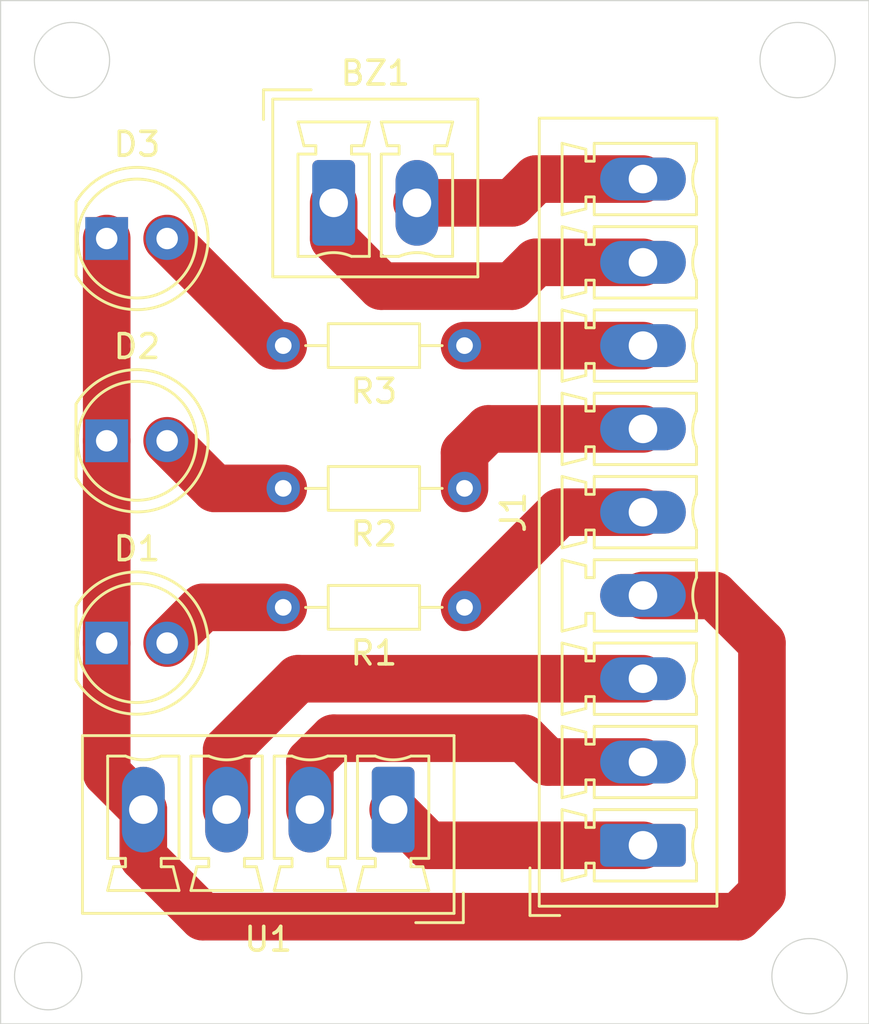
<source format=kicad_pcb>
(kicad_pcb (version 20241229) (generator "pcbnew") (generator_version "9.0")
  (title_block (title "Sistema asistidor de aparcamiento") (date "2025-11-15") (rev "1"))
  (layers (0 "F.Cu" signal) (2 "B.Cu" signal) (13 "F.Paste" user) (15 "B.Paste" user) (5 "F.SilkS" user "F.Silkscreen") (7 "B.SilkS" user "B.Silkscreen") (1 "F.Mask" user) (3 "B.Mask" user) (25 "Edge.Cuts" user))
  (net 0 "")
  (net 1 "BUZZER+")
  (net 2 "BUZZER-")
  (net 3 "Net-(D1-A)")
  (net 4 "GND")
  (net 5 "Net-(D2-A)")
  (net 6 "Net-(D3-A)")
  (net 7 "VCC")
  (net 8 "PINROJO")
  (net 9 "ECHO")
  (net 10 "PINVERDE")
  (net 11 "TRIGGER")
  (net 12 "PINAMARILLO")
  (footprint "Resistor_THT:R_Axial_DIN0204_L3.6mm_D1.6mm_P7.62mm_Horizontal" (layer "F.Cu") (at 133 102 180)
    (property "Reference" "R1" (at 3.81 -1.92 0) (layer "F.SilkS"))
    (property "Value" "R")
    (fp_line (start 6.68 0) (end 5.73 0) (stroke (width 0.12)) (layer "F.SilkS"))
    (fp_line (start 0.94 0) (end 1.89 0) (stroke (width 0.12)) (layer "F.SilkS"))
    (fp_rect (start 1.89 -0.92) (end 5.73 0.92) (stroke (width 0.12)) (fill no) (layer "F.SilkS"))
    (pad "1" thru_hole circle (at 0 0 180) (size 1.4 1.4) (drill 0.7) (layers "*.Cu" "*.Mask") (net 10 "PINVERDE"))
    (pad "2" thru_hole circle (at 7.62 0 180) (size 1.4 1.4) (drill 0.7) (layers "*.Cu" "*.Mask") (net 3 "Net-(D1-A)"))
  )
  (footprint "Resistor_THT:R_Axial_DIN0204_L3.6mm_D1.6mm_P7.62mm_Horizontal" (layer "F.Cu") (at 133 91 180)
    (property "Reference" "R3" (at 3.81 -1.92 0) (layer "F.SilkS"))
    (property "Value" "R")
    (fp_line (start 6.68 0) (end 5.73 0) (stroke (width 0.12)) (layer "F.SilkS"))
    (fp_line (start 0.94 0) (end 1.89 0) (stroke (width 0.12)) (layer "F.SilkS"))
    (fp_rect (start 1.89 -0.92) (end 5.73 0.92) (stroke (width 0.12)) (fill no) (layer "F.SilkS"))
    (pad "1" thru_hole circle (at 0 0 180) (size 1.4 1.4) (drill 0.7) (layers "*.Cu" "*.Mask") (net 8 "PINROJO"))
    (pad "2" thru_hole circle (at 7.62 0 180) (size 1.4 1.4) (drill 0.7) (layers "*.Cu" "*.Mask") (net 6 "Net-(D3-A)"))
  )
  (footprint "LED_THT:LED_D5.0mm" (layer "F.Cu") (at 117.96 86.5)
    (property "Reference" "D3" (at 1.27 -3.96 0) (layer "F.SilkS"))
    (property "Value" "LED")
    (fp_line (start -1.29 -1.545) (end -1.29 1.545) (stroke (width 0.12)) (layer "F.SilkS"))
    (fp_arc (start -1.29 -1.54483) (mid 2.071779 -2.880495) (end 4.26 0) (stroke (width 0.12)) (layer "F.SilkS"))
    (fp_arc (start 4.26 0) (mid 2.071779 2.880495) (end -1.29 1.54483) (stroke (width 0.12)) (layer "F.SilkS"))
    (fp_circle (center 1.27 0) (end 3.77 0) (stroke (width 0.12)) (fill no) (layer "F.SilkS"))
    (pad "1" thru_hole rect (at 0 0) (size 1.8 1.8) (drill 0.9) (layers "*.Cu" "*.Mask") (net 4 "GND"))
    (pad "2" thru_hole circle (at 2.54 0) (size 1.8 1.8) (drill 0.9) (layers "*.Cu" "*.Mask") (net 6 "Net-(D3-A)"))
  )
  (footprint "Resistor_THT:R_Axial_DIN0204_L3.6mm_D1.6mm_P7.62mm_Horizontal" (layer "F.Cu") (at 133 97 180)
    (property "Reference" "R2" (at 3.81 -1.92 0) (layer "F.SilkS"))
    (property "Value" "R")
    (fp_line (start 6.68 0) (end 5.73 0) (stroke (width 0.12)) (layer "F.SilkS"))
    (fp_line (start 0.94 0) (end 1.89 0) (stroke (width 0.12)) (layer "F.SilkS"))
    (fp_rect (start 1.89 -0.92) (end 5.73 0.92) (stroke (width 0.12)) (fill no) (layer "F.SilkS"))
    (pad "1" thru_hole circle (at 0 0 180) (size 1.4 1.4) (drill 0.7) (layers "*.Cu" "*.Mask") (net 12 "PINAMARILLO"))
    (pad "2" thru_hole circle (at 7.62 0 180) (size 1.4 1.4) (drill 0.7) (layers "*.Cu" "*.Mask") (net 5 "Net-(D2-A)"))
  )
  (footprint "LED_THT:LED_D5.0mm" (layer "F.Cu") (at 117.96 103.5)
    (property "Reference" "D1" (at 1.27 -3.96 0) (layer "F.SilkS"))
    (property "Value" "LED")
    (fp_line (start -1.29 -1.545) (end -1.29 1.545) (stroke (width 0.12)) (layer "F.SilkS"))
    (fp_arc (start -1.29 -1.54483) (mid 2.071779 -2.880495) (end 4.26 0) (stroke (width 0.12)) (layer "F.SilkS"))
    (fp_arc (start 4.26 0) (mid 2.071779 2.880495) (end -1.29 1.54483) (stroke (width 0.12)) (layer "F.SilkS"))
    (fp_circle (center 1.27 0) (end 3.77 0) (stroke (width 0.12)) (fill no) (layer "F.SilkS"))
    (pad "1" thru_hole rect (at 0 0) (size 1.8 1.8) (drill 0.9) (layers "*.Cu" "*.Mask") (net 4 "GND"))
    (pad "2" thru_hole circle (at 2.54 0) (size 1.8 1.8) (drill 0.9) (layers "*.Cu" "*.Mask") (net 3 "Net-(D1-A)"))
  )
  (footprint "Connector_Phoenix_MC:PhoenixContact_MCV_1,5_9-G-3.5_1x09_P3.50mm_Vertical" (layer "F.Cu") (at 140.5 112 90)
    (property "Reference" "J1" (at 14 -5.45 90) (layer "F.SilkS"))
    (property "Value" "Conn_01x09_Pin")
    (fp_line (start -2.95 -4.75) (end -0.95 -4.75) (stroke (width 0.12)) (layer "F.SilkS"))
    (fp_line (start 30.56 -4.36) (end -2.56 -4.36) (stroke (width 0.12)) (layer "F.SilkS"))
    (fp_line (start -2.56 -4.36) (end -2.56 3.11) (stroke (width 0.12)) (layer "F.SilkS"))
    (fp_line (start -2.95 -3.5) (end -2.95 -4.75) (stroke (width 0.12)) (layer "F.SilkS"))
    (fp_line (start 29.5 -3.4) (end 29.25 -2.4) (stroke (width 0.12)) (layer "F.SilkS"))
    (fp_line (start 26.5 -3.4) (end 29.5 -3.4) (stroke (width 0.12)) (layer "F.SilkS"))
    (fp_line (start 26 -3.4) (end 25.75 -2.4) (stroke (width 0.12)) (layer "F.SilkS"))
    (fp_line (start 23 -3.4) (end 26 -3.4) (stroke (width 0.12)) (layer "F.SilkS"))
    (fp_line (start 22.5 -3.4) (end 22.25 -2.4) (stroke (width 0.12)) (layer "F.SilkS"))
    (fp_line (start 19.5 -3.4) (end 22.5 -3.4) (stroke (width 0.12)) (layer "F.SilkS"))
    (fp_line (start 19 -3.4) (end 18.75 -2.4) (stroke (width 0.12)) (layer "F.SilkS"))
    (fp_line (start 16 -3.4) (end 19 -3.4) (stroke (width 0.12)) (layer "F.SilkS"))
    (fp_line (start 15.5 -3.4) (end 15.25 -2.4) (stroke (width 0.12)) (layer "F.SilkS"))
    (fp_line (start 12.5 -3.4) (end 15.5 -3.4) (stroke (width 0.12)) (layer "F.SilkS"))
    (fp_line (start 12 -3.4) (end 11.75 -2.4) (stroke (width 0.12)) (layer "F.SilkS"))
    (fp_line (start 9 -3.4) (end 12 -3.4) (stroke (width 0.12)) (layer "F.SilkS"))
    (fp_line (start 8.5 -3.4) (end 8.25 -2.4) (stroke (width 0.12)) (layer "F.SilkS"))
    (fp_line (start 5.5 -3.4) (end 8.5 -3.4) (stroke (width 0.12)) (layer "F.SilkS"))
    (fp_line (start 5 -3.4) (end 4.75 -2.4) (stroke (width 0.12)) (layer "F.SilkS"))
    (fp_line (start 2 -3.4) (end 5 -3.4) (stroke (width 0.12)) (layer "F.SilkS"))
    (fp_line (start 1.5 -3.4) (end 1.25 -2.4) (stroke (width 0.12)) (layer "F.SilkS"))
    (fp_line (start -1.5 -3.4) (end 1.5 -3.4) (stroke (width 0.12)) (layer "F.SilkS"))
    (fp_line (start 29.25 -2.4) (end 28.75 -2.4) (stroke (width 0.12)) (layer "F.SilkS"))
    (fp_line (start 28.75 -2.4) (end 28.75 -2.05) (stroke (width 0.12)) (layer "F.SilkS"))
    (fp_line (start 27.25 -2.4) (end 26.75 -2.4) (stroke (width 0.12)) (layer "F.SilkS"))
    (fp_line (start 26.75 -2.4) (end 26.5 -3.4) (stroke (width 0.12)) (layer "F.SilkS"))
    (fp_line (start 25.75 -2.4) (end 25.25 -2.4) (stroke (width 0.12)) (layer "F.SilkS"))
    (fp_line (start 25.25 -2.4) (end 25.25 -2.05) (stroke (width 0.12)) (layer "F.SilkS"))
    (fp_line (start 23.75 -2.4) (end 23.25 -2.4) (stroke (width 0.12)) (layer "F.SilkS"))
    (fp_line (start 23.25 -2.4) (end 23 -3.4) (stroke (width 0.12)) (layer "F.SilkS"))
    (fp_line (start 22.25 -2.4) (end 21.75 -2.4) (stroke (width 0.12)) (layer "F.SilkS"))
    (fp_line (start 21.75 -2.4) (end 21.75 -2.05) (stroke (width 0.12)) (layer "F.SilkS"))
    (fp_line (start 20.25 -2.4) (end 19.75 -2.4) (stroke (width 0.12)) (layer "F.SilkS"))
    (fp_line (start 19.75 -2.4) (end 19.5 -3.4) (stroke (width 0.12)) (layer "F.SilkS"))
    (fp_line (start 18.75 -2.4) (end 18.25 -2.4) (stroke (width 0.12)) (layer "F.SilkS"))
    (fp_line (start 18.25 -2.4) (end 18.25 -2.05) (stroke (width 0.12)) (layer "F.SilkS"))
    (fp_line (start 16.75 -2.4) (end 16.25 -2.4) (stroke (width 0.12)) (layer "F.SilkS"))
    (fp_line (start 16.25 -2.4) (end 16 -3.4) (stroke (width 0.12)) (layer "F.SilkS"))
    (fp_line (start 15.25 -2.4) (end 14.75 -2.4) (stroke (width 0.12)) (layer "F.SilkS"))
    (fp_line (start 14.75 -2.4) (end 14.75 -2.05) (stroke (width 0.12)) (layer "F.SilkS"))
    (fp_line (start 13.25 -2.4) (end 12.75 -2.4) (stroke (width 0.12)) (layer "F.SilkS"))
    (fp_line (start 12.75 -2.4) (end 12.5 -3.4) (stroke (width 0.12)) (layer "F.SilkS"))
    (fp_line (start 11.75 -2.4) (end 11.25 -2.4) (stroke (width 0.12)) (layer "F.SilkS"))
    (fp_line (start 11.25 -2.4) (end 11.25 -2.05) (stroke (width 0.12)) (layer "F.SilkS"))
    (fp_line (start 9.75 -2.4) (end 9.25 -2.4) (stroke (width 0.12)) (layer "F.SilkS"))
    (fp_line (start 9.25 -2.4) (end 9 -3.4) (stroke (width 0.12)) (layer "F.SilkS"))
    (fp_line (start 8.25 -2.4) (end 7.75 -2.4) (stroke (width 0.12)) (layer "F.SilkS"))
    (fp_line (start 7.75 -2.4) (end 7.75 -2.05) (stroke (width 0.12)) (layer "F.SilkS"))
    (fp_line (start 6.25 -2.4) (end 5.75 -2.4) (stroke (width 0.12)) (layer "F.SilkS"))
    (fp_line (start 5.75 -2.4) (end 5.5 -3.4) (stroke (width 0.12)) (layer "F.SilkS"))
    (fp_line (start 4.75 -2.4) (end 4.25 -2.4) (stroke (width 0.12)) (layer "F.SilkS"))
    (fp_line (start 4.25 -2.4) (end 4.25 -2.05) (stroke (width 0.12)) (layer "F.SilkS"))
    (fp_line (start 2.75 -2.4) (end 2.25 -2.4) (stroke (width 0.12)) (layer "F.SilkS"))
    (fp_line (start 2.25 -2.4) (end 2 -3.4) (stroke (width 0.12)) (layer "F.SilkS"))
    (fp_line (start 1.25 -2.4) (end 0.75 -2.4) (stroke (width 0.12)) (layer "F.SilkS"))
    (fp_line (start 0.75 -2.4) (end 0.75 -2.05) (stroke (width 0.12)) (layer "F.SilkS"))
    (fp_line (start -0.75 -2.4) (end -1.25 -2.4) (stroke (width 0.12)) (layer "F.SilkS"))
    (fp_line (start -1.25 -2.4) (end -1.5 -3.4) (stroke (width 0.12)) (layer "F.SilkS"))
    (fp_line (start 29.5 -2.05) (end 29.5 2.25) (stroke (width 0.12)) (layer "F.SilkS"))
    (fp_line (start 28.75 -2.05) (end 29.5 -2.05) (stroke (width 0.12)) (layer "F.SilkS"))
    (fp_line (start 27.25 -2.05) (end 27.25 -2.4) (stroke (width 0.12)) (layer "F.SilkS"))
    (fp_line (start 26.5 -2.05) (end 27.25 -2.05) (stroke (width 0.12)) (layer "F.SilkS"))
    (fp_line (start 26 -2.05) (end 26 2.25) (stroke (width 0.12)) (layer "F.SilkS"))
    (fp_line (start 25.25 -2.05) (end 26 -2.05) (stroke (width 0.12)) (layer "F.SilkS"))
    (fp_line (start 23.75 -2.05) (end 23.75 -2.4) (stroke (width 0.12)) (layer "F.SilkS"))
    (fp_line (start 23 -2.05) (end 23.75 -2.05) (stroke (width 0.12)) (layer "F.SilkS"))
    (fp_line (start 22.5 -2.05) (end 22.5 2.25) (stroke (width 0.12)) (layer "F.SilkS"))
    (fp_line (start 21.75 -2.05) (end 22.5 -2.05) (stroke (width 0.12)) (layer "F.SilkS"))
    (fp_line (start 20.25 -2.05) (end 20.25 -2.4) (stroke (width 0.12)) (layer "F.SilkS"))
    (fp_line (start 19.5 -2.05) (end 20.25 -2.05) (stroke (width 0.12)) (layer "F.SilkS"))
    (fp_line (start 19 -2.05) (end 19 2.25) (stroke (width 0.12)) (layer "F.SilkS"))
    (fp_line (start 18.25 -2.05) (end 19 -2.05) (stroke (width 0.12)) (layer "F.SilkS"))
    (fp_line (start 16.75 -2.05) (end 16.75 -2.4) (stroke (width 0.12)) (layer "F.SilkS"))
    (fp_line (start 16 -2.05) (end 16.75 -2.05) (stroke (width 0.12)) (layer "F.SilkS"))
    (fp_line (start 15.5 -2.05) (end 15.5 2.25) (stroke (width 0.12)) (layer "F.SilkS"))
    (fp_line (start 14.75 -2.05) (end 15.5 -2.05) (stroke (width 0.12)) (layer "F.SilkS"))
    (fp_line (start 13.25 -2.05) (end 13.25 -2.4) (stroke (width 0.12)) (layer "F.SilkS"))
    (fp_line (start 12.5 -2.05) (end 13.25 -2.05) (stroke (width 0.12)) (layer "F.SilkS"))
    (fp_line (start 12 -2.05) (end 12 2.25) (stroke (width 0.12)) (layer "F.SilkS"))
    (fp_line (start 11.25 -2.05) (end 12 -2.05) (stroke (width 0.12)) (layer "F.SilkS"))
    (fp_line (start 9.75 -2.05) (end 9.75 -2.4) (stroke (width 0.12)) (layer "F.SilkS"))
    (fp_line (start 9 -2.05) (end 9.75 -2.05) (stroke (width 0.12)) (layer "F.SilkS"))
    (fp_line (start 8.5 -2.05) (end 8.5 2.25) (stroke (width 0.12)) (layer "F.SilkS"))
    (fp_line (start 7.75 -2.05) (end 8.5 -2.05) (stroke (width 0.12)) (layer "F.SilkS"))
    (fp_line (start 6.25 -2.05) (end 6.25 -2.4) (stroke (width 0.12)) (layer "F.SilkS"))
    (fp_line (start 5.5 -2.05) (end 6.25 -2.05) (stroke (width 0.12)) (layer "F.SilkS"))
    (fp_line (start 5 -2.05) (end 5 2.25) (stroke (width 0.12)) (layer "F.SilkS"))
    (fp_line (start 4.25 -2.05) (end 5 -2.05) (stroke (width 0.12)) (layer "F.SilkS"))
    (fp_line (start 2.75 -2.05) (end 2.75 -2.4) (stroke (width 0.12)) (layer "F.SilkS"))
    (fp_line (start 2 -2.05) (end 2.75 -2.05) (stroke (width 0.12)) (layer "F.SilkS"))
    (fp_line (start 1.5 -2.05) (end 1.5 2.25) (stroke (width 0.12)) (layer "F.SilkS"))
    (fp_line (start 0.75 -2.05) (end 1.5 -2.05) (stroke (width 0.12)) (layer "F.SilkS"))
    (fp_line (start -0.75 -2.05) (end -0.75 -2.4) (stroke (width 0.12)) (layer "F.SilkS"))
    (fp_line (start -1.5 -2.05) (end -0.75 -2.05) (stroke (width 0.12)) (layer "F.SilkS"))
    (fp_line (start 29.5 2.25) (end 28.75 2.25) (stroke (width 0.12)) (layer "F.SilkS"))
    (fp_line (start 27.25 2.25) (end 26.5 2.25) (stroke (width 0.12)) (layer "F.SilkS"))
    (fp_line (start 26.5 2.25) (end 26.5 -2.05) (stroke (width 0.12)) (layer "F.SilkS"))
    (fp_line (start 26 2.25) (end 25.25 2.25) (stroke (width 0.12)) (layer "F.SilkS"))
    (fp_line (start 23.75 2.25) (end 23 2.25) (stroke (width 0.12)) (layer "F.SilkS"))
    (fp_line (start 23 2.25) (end 23 -2.05) (stroke (width 0.12)) (layer "F.SilkS"))
    (fp_line (start 22.5 2.25) (end 21.75 2.25) (stroke (width 0.12)) (layer "F.SilkS"))
    (fp_line (start 20.25 2.25) (end 19.5 2.25) (stroke (width 0.12)) (layer "F.SilkS"))
    (fp_line (start 19.5 2.25) (end 19.5 -2.05) (stroke (width 0.12)) (layer "F.SilkS"))
    (fp_line (start 19 2.25) (end 18.25 2.25) (stroke (width 0.12)) (layer "F.SilkS"))
    (fp_line (start 16.75 2.25) (end 16 2.25) (stroke (width 0.12)) (layer "F.SilkS"))
    (fp_line (start 16 2.25) (end 16 -2.05) (stroke (width 0.12)) (layer "F.SilkS"))
    (fp_line (start 15.5 2.25) (end 14.75 2.25) (stroke (width 0.12)) (layer "F.SilkS"))
    (fp_line (start 13.25 2.25) (end 12.5 2.25) (stroke (width 0.12)) (layer "F.SilkS"))
    (fp_line (start 12.5 2.25) (end 12.5 -2.05) (stroke (width 0.12)) (layer "F.SilkS"))
    (fp_line (start 12 2.25) (end 11.25 2.25) (stroke (width 0.12)) (layer "F.SilkS"))
    (fp_line (start 9.75 2.25) (end 9 2.25) (stroke (width 0.12)) (layer "F.SilkS"))
    (fp_line (start 9 2.25) (end 9 -2.05) (stroke (width 0.12)) (layer "F.SilkS"))
    (fp_line (start 8.5 2.25) (end 7.75 2.25) (stroke (width 0.12)) (layer "F.SilkS"))
    (fp_line (start 6.25 2.25) (end 5.5 2.25) (stroke (width 0.12)) (layer "F.SilkS"))
    (fp_line (start 5.5 2.25) (end 5.5 -2.05) (stroke (width 0.12)) (layer "F.SilkS"))
    (fp_line (start 5 2.25) (end 4.25 2.25) (stroke (width 0.12)) (layer "F.SilkS"))
    (fp_line (start 2.75 2.25) (end 2 2.25) (stroke (width 0.12)) (layer "F.SilkS"))
    (fp_line (start 2 2.25) (end 2 -2.05) (stroke (width 0.12)) (layer "F.SilkS"))
    (fp_line (start 1.5 2.25) (end 0.75 2.25) (stroke (width 0.12)) (layer "F.SilkS"))
    (fp_line (start -0.75 2.25) (end -1.5 2.25) (stroke (width 0.12)) (layer "F.SilkS"))
    (fp_line (start -1.5 2.25) (end -1.5 -2.05) (stroke (width 0.12)) (layer "F.SilkS"))
    (fp_line (start 30.56 3.11) (end 30.56 -4.36) (stroke (width 0.12)) (layer "F.SilkS"))
    (fp_line (start -2.56 3.11) (end 30.56 3.11) (stroke (width 0.12)) (layer "F.SilkS"))
    (fp_arc (start 27.25 2.25) (mid 27.999807 2.09191) (end 28.749647 2.249844) (stroke (width 0.12)) (layer "F.SilkS"))
    (fp_arc (start 23.75 2.25) (mid 24.499807 2.09191) (end 25.249647 2.249844) (stroke (width 0.12)) (layer "F.SilkS"))
    (fp_arc (start 20.25 2.25) (mid 20.999807 2.09191) (end 21.749647 2.249844) (stroke (width 0.12)) (layer "F.SilkS"))
    (fp_arc (start 16.75 2.25) (mid 17.499807 2.09191) (end 18.249647 2.249844) (stroke (width 0.12)) (layer "F.SilkS"))
    (fp_arc (start 13.25 2.25) (mid 13.999807 2.09191) (end 14.749647 2.249844) (stroke (width 0.12)) (layer "F.SilkS"))
    (fp_arc (start 9.75 2.25) (mid 10.499807 2.09191) (end 11.249647 2.249844) (stroke (width 0.12)) (layer "F.SilkS"))
    (fp_arc (start 6.25 2.25) (mid 6.999807 2.09191) (end 7.749647 2.249844) (stroke (width 0.12)) (layer "F.SilkS"))
    (fp_arc (start 2.75 2.25) (mid 3.499807 2.09191) (end 4.249647 2.249844) (stroke (width 0.12)) (layer "F.SilkS"))
    (fp_arc (start -0.75 2.25) (mid -0.000193 2.09191) (end 0.749647 2.249844) (stroke (width 0.12)) (layer "F.SilkS"))
    (pad "1" thru_hole roundrect (at 0 0 90) (size 1.8 3.6) (drill 1.2) (layers "*.Cu" "*.Mask") (roundrect_rratio 0.138889) (net 7 "VCC"))
    (pad "2" thru_hole oval (at 3.5 0 90) (size 1.8 3.6) (drill 1.2) (layers "*.Cu" "*.Mask") (net 11 "TRIGGER"))
    (pad "3" thru_hole oval (at 7 0 90) (size 1.8 3.6) (drill 1.2) (layers "*.Cu" "*.Mask") (net 9 "ECHO"))
    (pad "4" thru_hole oval (at 10.5 0 90) (size 1.8 3.6) (drill 1.2) (layers "*.Cu" "*.Mask") (net 4 "GND"))
    (pad "5" thru_hole oval (at 14 0 90) (size 1.8 3.6) (drill 1.2) (layers "*.Cu" "*.Mask") (net 10 "PINVERDE"))
    (pad "6" thru_hole oval (at 17.5 0 90) (size 1.8 3.6) (drill 1.2) (layers "*.Cu" "*.Mask") (net 12 "PINAMARILLO"))
    (pad "7" thru_hole oval (at 21 0 90) (size 1.8 3.6) (drill 1.2) (layers "*.Cu" "*.Mask") (net 8 "PINROJO"))
    (pad "8" thru_hole oval (at 24.5 0 90) (size 1.8 3.6) (drill 1.2) (layers "*.Cu" "*.Mask") (net 1 "BUZZER+"))
    (pad "9" thru_hole oval (at 28 0 90) (size 1.8 3.6) (drill 1.2) (layers "*.Cu" "*.Mask") (net 2 "BUZZER-"))
  )
  (footprint "Connector_Phoenix_MC:PhoenixContact_MCV_1,5_2-G-3.5_1x02_P3.50mm_Vertical" (layer "F.Cu") (at 127.5 85)
    (property "Reference" "BZ1" (at 1.75 -5.45 0) (layer "F.SilkS"))
    (property "Value" "Buzzer")
    (fp_line (start -2.95 -4.75) (end -0.95 -4.75) (stroke (width 0.12)) (layer "F.SilkS"))
    (fp_line (start -2.95 -3.5) (end -2.95 -4.75) (stroke (width 0.12)) (layer "F.SilkS"))
    (fp_line (start -2.56 -4.36) (end -2.56 3.11) (stroke (width 0.12)) (layer "F.SilkS"))
    (fp_line (start -2.56 3.11) (end 6.06 3.11) (stroke (width 0.12)) (layer "F.SilkS"))
    (fp_line (start -1.5 -3.4) (end 1.5 -3.4) (stroke (width 0.12)) (layer "F.SilkS"))
    (fp_line (start -1.5 -2.05) (end -0.75 -2.05) (stroke (width 0.12)) (layer "F.SilkS"))
    (fp_line (start -1.5 2.25) (end -1.5 -2.05) (stroke (width 0.12)) (layer "F.SilkS"))
    (fp_line (start -1.25 -2.4) (end -1.5 -3.4) (stroke (width 0.12)) (layer "F.SilkS"))
    (fp_line (start -0.75 -2.4) (end -1.25 -2.4) (stroke (width 0.12)) (layer "F.SilkS"))
    (fp_line (start -0.75 -2.05) (end -0.75 -2.4) (stroke (width 0.12)) (layer "F.SilkS"))
    (fp_line (start -0.75 2.25) (end -1.5 2.25) (stroke (width 0.12)) (layer "F.SilkS"))
    (fp_line (start 0.75 -2.4) (end 0.75 -2.05) (stroke (width 0.12)) (layer "F.SilkS"))
    (fp_line (start 0.75 -2.05) (end 1.5 -2.05) (stroke (width 0.12)) (layer "F.SilkS"))
    (fp_line (start 1.25 -2.4) (end 0.75 -2.4) (stroke (width 0.12)) (layer "F.SilkS"))
    (fp_line (start 1.5 -3.4) (end 1.25 -2.4) (stroke (width 0.12)) (layer "F.SilkS"))
    (fp_line (start 1.5 -2.05) (end 1.5 2.25) (stroke (width 0.12)) (layer "F.SilkS"))
    (fp_line (start 1.5 2.25) (end 0.75 2.25) (stroke (width 0.12)) (layer "F.SilkS"))
    (fp_line (start 2 -3.4) (end 5 -3.4) (stroke (width 0.12)) (layer "F.SilkS"))
    (fp_line (start 2 -2.05) (end 2.75 -2.05) (stroke (width 0.12)) (layer "F.SilkS"))
    (fp_line (start 2 2.25) (end 2 -2.05) (stroke (width 0.12)) (layer "F.SilkS"))
    (fp_line (start 2.25 -2.4) (end 2 -3.4) (stroke (width 0.12)) (layer "F.SilkS"))
    (fp_line (start 2.75 -2.4) (end 2.25 -2.4) (stroke (width 0.12)) (layer "F.SilkS"))
    (fp_line (start 2.75 -2.05) (end 2.75 -2.4) (stroke (width 0.12)) (layer "F.SilkS"))
    (fp_line (start 2.75 2.25) (end 2 2.25) (stroke (width 0.12)) (layer "F.SilkS"))
    (fp_line (start 4.25 -2.4) (end 4.25 -2.05) (stroke (width 0.12)) (layer "F.SilkS"))
    (fp_line (start 4.25 -2.05) (end 5 -2.05) (stroke (width 0.12)) (layer "F.SilkS"))
    (fp_line (start 4.75 -2.4) (end 4.25 -2.4) (stroke (width 0.12)) (layer "F.SilkS"))
    (fp_line (start 5 -3.4) (end 4.75 -2.4) (stroke (width 0.12)) (layer "F.SilkS"))
    (fp_line (start 5 -2.05) (end 5 2.25) (stroke (width 0.12)) (layer "F.SilkS"))
    (fp_line (start 5 2.25) (end 4.25 2.25) (stroke (width 0.12)) (layer "F.SilkS"))
    (fp_line (start 6.06 -4.36) (end -2.56 -4.36) (stroke (width 0.12)) (layer "F.SilkS"))
    (fp_line (start 6.06 3.11) (end 6.06 -4.36) (stroke (width 0.12)) (layer "F.SilkS"))
    (fp_arc (start -0.75 2.25) (mid -0.000193 2.09191) (end 0.749647 2.249844) (stroke (width 0.12)) (layer "F.SilkS"))
    (fp_arc (start 2.75 2.25) (mid 3.499807 2.09191) (end 4.249647 2.249844) (stroke (width 0.12)) (layer "F.SilkS"))
    (pad "1" thru_hole roundrect (at 0 0) (size 1.8 3.6) (drill 1.2) (layers "*.Cu" "*.Mask") (roundrect_rratio 0.138889) (net 1 "BUZZER+"))
    (pad "2" thru_hole oval (at 3.5 0) (size 1.8 3.6) (drill 1.2) (layers "*.Cu" "*.Mask") (net 2 "BUZZER-"))
  )
  (footprint "Connector_Phoenix_MC:PhoenixContact_MCV_1,5_4-G-3.5_1x04_P3.50mm_Vertical" (layer "F.Cu") (at 130 110.5 180)
    (property "Reference" "U1" (at 5.25 -5.45 0) (layer "F.SilkS"))
    (property "Value" "~")
    (fp_line (start 13.06 3.11) (end 13.06 -4.36) (stroke (width 0.12)) (layer "F.SilkS"))
    (fp_line (start 13.06 -4.36) (end -2.56 -4.36) (stroke (width 0.12)) (layer "F.SilkS"))
    (fp_line (start 12 2.25) (end 11.25 2.25) (stroke (width 0.12)) (layer "F.SilkS"))
    (fp_line (start 12 -2.05) (end 12 2.25) (stroke (width 0.12)) (layer "F.SilkS"))
    (fp_line (start 12 -3.4) (end 11.75 -2.4) (stroke (width 0.12)) (layer "F.SilkS"))
    (fp_line (start 11.75 -2.4) (end 11.25 -2.4) (stroke (width 0.12)) (layer "F.SilkS"))
    (fp_line (start 11.25 -2.05) (end 12 -2.05) (stroke (width 0.12)) (layer "F.SilkS"))
    (fp_line (start 11.25 -2.4) (end 11.25 -2.05) (stroke (width 0.12)) (layer "F.SilkS"))
    (fp_line (start 9.75 2.25) (end 9 2.25) (stroke (width 0.12)) (layer "F.SilkS"))
    (fp_line (start 9.75 -2.05) (end 9.75 -2.4) (stroke (width 0.12)) (layer "F.SilkS"))
    (fp_line (start 9.75 -2.4) (end 9.25 -2.4) (stroke (width 0.12)) (layer "F.SilkS"))
    (fp_line (start 9.25 -2.4) (end 9 -3.4) (stroke (width 0.12)) (layer "F.SilkS"))
    (fp_line (start 9 2.25) (end 9 -2.05) (stroke (width 0.12)) (layer "F.SilkS"))
    (fp_line (start 9 -2.05) (end 9.75 -2.05) (stroke (width 0.12)) (layer "F.SilkS"))
    (fp_line (start 9 -3.4) (end 12 -3.4) (stroke (width 0.12)) (layer "F.SilkS"))
    (fp_line (start 8.5 2.25) (end 7.75 2.25) (stroke (width 0.12)) (layer "F.SilkS"))
    (fp_line (start 8.5 -2.05) (end 8.5 2.25) (stroke (width 0.12)) (layer "F.SilkS"))
    (fp_line (start 8.5 -3.4) (end 8.25 -2.4) (stroke (width 0.12)) (layer "F.SilkS"))
    (fp_line (start 8.25 -2.4) (end 7.75 -2.4) (stroke (width 0.12)) (layer "F.SilkS"))
    (fp_line (start 7.75 -2.05) (end 8.5 -2.05) (stroke (width 0.12)) (layer "F.SilkS"))
    (fp_line (start 7.75 -2.4) (end 7.75 -2.05) (stroke (width 0.12)) (layer "F.SilkS"))
    (fp_line (start 6.25 2.25) (end 5.5 2.25) (stroke (width 0.12)) (layer "F.SilkS"))
    (fp_line (start 6.25 -2.05) (end 6.25 -2.4) (stroke (width 0.12)) (layer "F.SilkS"))
    (fp_line (start 6.25 -2.4) (end 5.75 -2.4) (stroke (width 0.12)) (layer "F.SilkS"))
    (fp_line (start 5.75 -2.4) (end 5.5 -3.4) (stroke (width 0.12)) (layer "F.SilkS"))
    (fp_line (start 5.5 2.25) (end 5.5 -2.05) (stroke (width 0.12)) (layer "F.SilkS"))
    (fp_line (start 5.5 -2.05) (end 6.25 -2.05) (stroke (width 0.12)) (layer "F.SilkS"))
    (fp_line (start 5.5 -3.4) (end 8.5 -3.4) (stroke (width 0.12)) (layer "F.SilkS"))
    (fp_line (start 5 2.25) (end 4.25 2.25) (stroke (width 0.12)) (layer "F.SilkS"))
    (fp_line (start 5 -2.05) (end 5 2.25) (stroke (width 0.12)) (layer "F.SilkS"))
    (fp_line (start 5 -3.4) (end 4.75 -2.4) (stroke (width 0.12)) (layer "F.SilkS"))
    (fp_line (start 4.75 -2.4) (end 4.25 -2.4) (stroke (width 0.12)) (layer "F.SilkS"))
    (fp_line (start 4.25 -2.05) (end 5 -2.05) (stroke (width 0.12)) (layer "F.SilkS"))
    (fp_line (start 4.25 -2.4) (end 4.25 -2.05) (stroke (width 0.12)) (layer "F.SilkS"))
    (fp_line (start 2.75 2.25) (end 2 2.25) (stroke (width 0.12)) (layer "F.SilkS"))
    (fp_line (start 2.75 -2.05) (end 2.75 -2.4) (stroke (width 0.12)) (layer "F.SilkS"))
    (fp_line (start 2.75 -2.4) (end 2.25 -2.4) (stroke (width 0.12)) (layer "F.SilkS"))
    (fp_line (start 2.25 -2.4) (end 2 -3.4) (stroke (width 0.12)) (layer "F.SilkS"))
    (fp_line (start 2 2.25) (end 2 -2.05) (stroke (width 0.12)) (layer "F.SilkS"))
    (fp_line (start 2 -2.05) (end 2.75 -2.05) (stroke (width 0.12)) (layer "F.SilkS"))
    (fp_line (start 2 -3.4) (end 5 -3.4) (stroke (width 0.12)) (layer "F.SilkS"))
    (fp_line (start 1.5 2.25) (end 0.75 2.25) (stroke (width 0.12)) (layer "F.SilkS"))
    (fp_line (start 1.5 -2.05) (end 1.5 2.25) (stroke (width 0.12)) (layer "F.SilkS"))
    (fp_line (start 1.5 -3.4) (end 1.25 -2.4) (stroke (width 0.12)) (layer "F.SilkS"))
    (fp_line (start 1.25 -2.4) (end 0.75 -2.4) (stroke (width 0.12)) (layer "F.SilkS"))
    (fp_line (start 0.75 -2.05) (end 1.5 -2.05) (stroke (width 0.12)) (layer "F.SilkS"))
    (fp_line (start 0.75 -2.4) (end 0.75 -2.05) (stroke (width 0.12)) (layer "F.SilkS"))
    (fp_line (start -0.75 2.25) (end -1.5 2.25) (stroke (width 0.12)) (layer "F.SilkS"))
    (fp_line (start -0.75 -2.05) (end -0.75 -2.4) (stroke (width 0.12)) (layer "F.SilkS"))
    (fp_line (start -0.75 -2.4) (end -1.25 -2.4) (stroke (width 0.12)) (layer "F.SilkS"))
    (fp_line (start -1.25 -2.4) (end -1.5 -3.4) (stroke (width 0.12)) (layer "F.SilkS"))
    (fp_line (start -1.5 2.25) (end -1.5 -2.05) (stroke (width 0.12)) (layer "F.SilkS"))
    (fp_line (start -1.5 -2.05) (end -0.75 -2.05) (stroke (width 0.12)) (layer "F.SilkS"))
    (fp_line (start -1.5 -3.4) (end 1.5 -3.4) (stroke (width 0.12)) (layer "F.SilkS"))
    (fp_line (start -2.56 3.11) (end 13.06 3.11) (stroke (width 0.12)) (layer "F.SilkS"))
    (fp_line (start -2.56 -4.36) (end -2.56 3.11) (stroke (width 0.12)) (layer "F.SilkS"))
    (fp_line (start -2.95 -3.5) (end -2.95 -4.75) (stroke (width 0.12)) (layer "F.SilkS"))
    (fp_line (start -2.95 -4.75) (end -0.95 -4.75) (stroke (width 0.12)) (layer "F.SilkS"))
    (fp_arc (start 9.75 2.25) (mid 10.499807 2.09191) (end 11.249647 2.249844) (stroke (width 0.12)) (layer "F.SilkS"))
    (fp_arc (start 6.25 2.25) (mid 6.999807 2.09191) (end 7.749647 2.249844) (stroke (width 0.12)) (layer "F.SilkS"))
    (fp_arc (start 2.75 2.25) (mid 3.499807 2.09191) (end 4.249647 2.249844) (stroke (width 0.12)) (layer "F.SilkS"))
    (fp_arc (start -0.75 2.25) (mid -0.000193 2.09191) (end 0.749647 2.249844) (stroke (width 0.12)) (layer "F.SilkS"))
    (pad "1" thru_hole roundrect (at 0 0 180) (size 1.8 3.6) (drill 1.2) (layers "*.Cu" "*.Mask") (roundrect_rratio 0.138889) (net 7 "VCC"))
    (pad "2" thru_hole oval (at 3.5 0 180) (size 1.8 3.6) (drill 1.2) (layers "*.Cu" "*.Mask") (net 11 "TRIGGER"))
    (pad "3" thru_hole oval (at 7 0 180) (size 1.8 3.6) (drill 1.2) (layers "*.Cu" "*.Mask") (net 9 "ECHO"))
    (pad "4" thru_hole oval (at 10.5 0 180) (size 1.8 3.6) (drill 1.2) (layers "*.Cu" "*.Mask") (net 4 "GND"))
  )
  (footprint "LED_THT:LED_D5.0mm" (layer "F.Cu") (at 117.96 95)
    (property "Reference" "D2" (at 1.27 -3.96 0) (layer "F.SilkS"))
    (property "Value" "LED")
    (fp_line (start -1.29 -1.545) (end -1.29 1.545) (stroke (width 0.12)) (layer "F.SilkS"))
    (fp_arc (start -1.29 -1.54483) (mid 2.071779 -2.880495) (end 4.26 0) (stroke (width 0.12)) (layer "F.SilkS"))
    (fp_arc (start 4.26 0) (mid 2.071779 2.880495) (end -1.29 1.54483) (stroke (width 0.12)) (layer "F.SilkS"))
    (fp_circle (center 1.27 0) (end 3.77 0) (stroke (width 0.12)) (fill no) (layer "F.SilkS"))
    (pad "1" thru_hole rect (at 0 0) (size 1.8 1.8) (drill 0.9) (layers "*.Cu" "*.Mask") (net 4 "GND"))
    (pad "2" thru_hole circle (at 2.54 0) (size 1.8 1.8) (drill 0.9) (layers "*.Cu" "*.Mask") (net 5 "Net-(D2-A)"))
  )
  (gr_line (start 113.5 76.5) (end 150 76.5) (stroke (width 0.05)) (layer "Edge.Cuts"))
  (gr_line (start 150 119.5) (end 113.5 119.5) (stroke (width 0.05)) (layer "Edge.Cuts"))
  (gr_circle (center 147 79) (end 147.5 77.5) (stroke (width 0.05)) (fill no) (layer "Edge.Cuts"))
  (gr_line (start 150 76.5) (end 150 119.5) (stroke (width 0.05)) (layer "Edge.Cuts"))
  (gr_circle (center 115.5 117.5) (end 116.5 116.5) (stroke (width 0.05)) (fill no) (layer "Edge.Cuts"))
  (gr_line (start 113.5 119.5) (end 113.5 76.5) (stroke (width 0.05)) (layer "Edge.Cuts"))
  (gr_circle (center 116.5 79) (end 118 79.5) (stroke (width 0.05)) (fill no) (layer "Edge.Cuts"))
  (gr_circle (center 147.5 117.5) (end 148 116) (stroke (width 0.05)) (fill no) (layer "Edge.Cuts"))
  (segment (start 135 88.5) (end 136 87.5) (width 2) (layer "F.Cu") (net 1))
  (segment (start 129.5 88.5) (end 135 88.5) (width 2) (layer "F.Cu") (net 1))
  (segment (start 127.5 85) (end 127.5 86.5) (width 2) (layer "F.Cu") (net 1))
  (segment (start 127.5 86.5) (end 129.5 88.5) (width 2) (layer "F.Cu") (net 1))
  (segment (start 136 87.5) (end 140.5 87.5) (width 2) (layer "F.Cu") (net 1))
  (segment (start 131 85) (end 135 85) (width 2) (layer "F.Cu") (net 2))
  (segment (start 136 84) (end 140.5 84) (width 2) (layer "F.Cu") (net 2))
  (segment (start 135 85) (end 136 84) (width 2) (layer "F.Cu") (net 2))
  (segment (start 122 102) (end 120.5 103.5) (width 2) (layer "F.Cu") (net 3))
  (segment (start 125.38 102) (end 122 102) (width 2) (layer "F.Cu") (net 3))
  (segment (start 117.96 103.5) (end 117.96 108.96) (width 2) (layer "F.Cu") (net 4))
  (segment (start 143.5 101.5) (end 140.5 101.5) (width 2) (layer "F.Cu") (net 4))
  (segment (start 122 115) (end 144.5 115) (width 2) (layer "F.Cu") (net 4))
  (segment (start 145.5 103.5) (end 143.5 101.5) (width 2) (layer "F.Cu") (net 4))
  (segment (start 117.96 108.96) (end 119.5 110.5) (width 2) (layer "F.Cu") (net 4))
  (segment (start 117.96 103.5) (end 117.96 95) (width 2) (layer "F.Cu") (net 4))
  (segment (start 119.5 110.5) (end 119.5 112.5) (width 2) (layer "F.Cu") (net 4))
  (segment (start 145.5 114) (end 145.5 103.5) (width 2) (layer "F.Cu") (net 4))
  (segment (start 144.5 115) (end 145.5 114) (width 2) (layer "F.Cu") (net 4))
  (segment (start 119.5 112.5) (end 122 115) (width 2) (layer "F.Cu") (net 4))
  (segment (start 117.96 95) (end 117.96 86.5) (width 2) (layer "F.Cu") (net 4))
  (segment (start 125.38 97) (end 122.5 97) (width 2) (layer "F.Cu") (net 5))
  (segment (start 122.5 97) (end 120.5 95) (width 2) (layer "F.Cu") (net 5))
  (segment (start 125.38 91) (end 125 91) (width 2) (layer "F.Cu") (net 6))
  (segment (start 125 91) (end 120.5 86.5) (width 2) (layer "F.Cu") (net 6))
  (segment (start 130 110.5) (end 131.5 112) (width 2) (layer "F.Cu") (net 7))
  (segment (start 131.5 112) (end 140.5 112) (width 2) (layer "F.Cu") (net 7))
  (segment (start 140.5 91) (end 133 91) (width 2) (layer "F.Cu") (net 8))
  (segment (start 126 105) (end 140.5 105) (width 2) (layer "F.Cu") (net 9))
  (segment (start 123 110.5) (end 123 108) (width 2) (layer "F.Cu") (net 9))
  (segment (start 123 108) (end 126 105) (width 2) (layer "F.Cu") (net 9))
  (segment (start 140.5 98) (end 137 98) (width 2) (layer "F.Cu") (net 10))
  (segment (start 137 98) (end 133 102) (width 2) (layer "F.Cu") (net 10))
  (segment (start 126.5 108.5) (end 127.5 107.5) (width 2) (layer "F.Cu") (net 11))
  (segment (start 135.5 107.5) (end 136.5 108.5) (width 2) (layer "F.Cu") (net 11))
  (segment (start 126.5 110.5) (end 126.5 108.5) (width 2) (layer "F.Cu") (net 11))
  (segment (start 136.5 108.5) (end 140.5 108.5) (width 2) (layer "F.Cu") (net 11))
  (segment (start 127.5 107.5) (end 135.5 107.5) (width 2) (layer "F.Cu") (net 11))
  (segment (start 140.5 94.5) (end 134 94.5) (width 2) (layer "F.Cu") (net 12))
  (segment (start 134 94.5) (end 133 95.5) (width 2) (layer "F.Cu") (net 12))
  (segment (start 133 95.5) (end 133 97) (width 2) (layer "F.Cu") (net 12))
)
</source>
